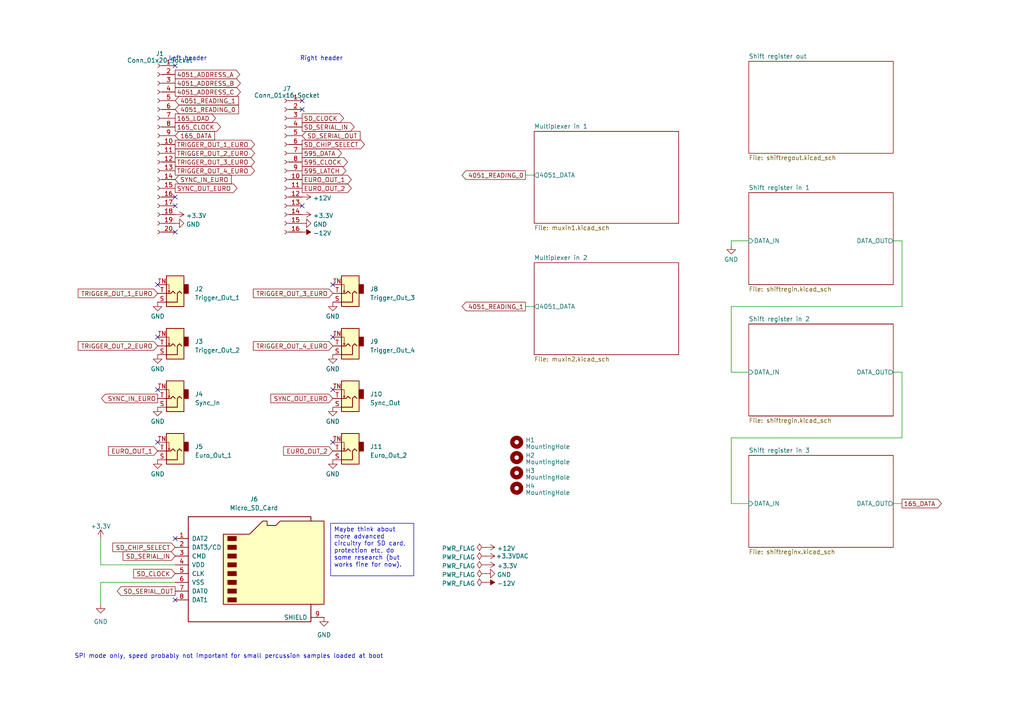
<source format=kicad_sch>
(kicad_sch (version 20230121) (generator eeschema)
  (paper "A4")
  (title_block (title "Drumkid") (rev "2.00"))
  (lib_symbols
    (symbol "Connector:Conn_01x16_Socket" (pin_names (offset 1.016) hide)
      (property "Reference" "J" (at 0 20.32 0))
      (property "Value" "Conn_01x16_Socket" (at 0 -22.86 0))
      (symbol "Conn_01x16_Socket_1_1"
        (arc (start 0 -19.812) (mid -0.5058 -20.32) (end 0 -20.828) (stroke (width 0.1524)))
        (arc (start 0 -17.272) (mid -0.5058 -17.78) (end 0 -18.288) (stroke (width 0.1524)))
        (arc (start 0 -14.732) (mid -0.5058 -15.24) (end 0 -15.748) (stroke (width 0.1524)))
        (arc (start 0 -12.192) (mid -0.5058 -12.7) (end 0 -13.208) (stroke (width 0.1524)))
        (arc (start 0 -9.652) (mid -0.5058 -10.16) (end 0 -10.668) (stroke (width 0.1524)))
        (arc (start 0 -7.112) (mid -0.5058 -7.62) (end 0 -8.128) (stroke (width 0.1524)))
        (arc (start 0 -4.572) (mid -0.5058 -5.08) (end 0 -5.588) (stroke (width 0.1524)))
        (arc (start 0 -2.032) (mid -0.5058 -2.54) (end 0 -3.048) (stroke (width 0.1524)))
        (polyline (pts (xy -1.27 -20.32) (xy -0.508 -20.32)) (stroke (width 0.1524)))
        (polyline (pts (xy -1.27 -17.78) (xy -0.508 -17.78)) (stroke (width 0.1524)))
        (polyline (pts (xy -1.27 -15.24) (xy -0.508 -15.24)) (stroke (width 0.1524)))
        (polyline (pts (xy -1.27 -12.7) (xy -0.508 -12.7)) (stroke (width 0.1524)))
        (polyline (pts (xy -1.27 -10.16) (xy -0.508 -10.16)) (stroke (width 0.1524)))
        (polyline (pts (xy -1.27 -7.62) (xy -0.508 -7.62)) (stroke (width 0.1524)))
        (polyline (pts (xy -1.27 -5.08) (xy -0.508 -5.08)) (stroke (width 0.1524)))
        (polyline (pts (xy -1.27 -2.54) (xy -0.508 -2.54)) (stroke (width 0.1524)))
        (polyline (pts (xy -1.27 0) (xy -0.508 0)) (stroke (width 0.1524)))
        (polyline (pts (xy -1.27 2.54) (xy -0.508 2.54)) (stroke (width 0.1524)))
        (polyline (pts (xy -1.27 5.08) (xy -0.508 5.08)) (stroke (width 0.1524)))
        (polyline (pts (xy -1.27 7.62) (xy -0.508 7.62)) (stroke (width 0.1524)))
        (polyline (pts (xy -1.27 10.16) (xy -0.508 10.16)) (stroke (width 0.1524)))
        (polyline (pts (xy -1.27 12.7) (xy -0.508 12.7)) (stroke (width 0.1524)))
        (polyline (pts (xy -1.27 15.24) (xy -0.508 15.24)) (stroke (width 0.1524)))
        (polyline (pts (xy -1.27 17.78) (xy -0.508 17.78)) (stroke (width 0.1524)))
        (arc (start 0 0.508) (mid -0.5058 0) (end 0 -0.508) (stroke (width 0.1524)))
        (arc (start 0 3.048) (mid -0.5058 2.54) (end 0 2.032) (stroke (width 0.1524)))
        (arc (start 0 5.588) (mid -0.5058 5.08) (end 0 4.572) (stroke (width 0.1524)))
        (arc (start 0 8.128) (mid -0.5058 7.62) (end 0 7.112) (stroke (width 0.1524)))
        (arc (start 0 10.668) (mid -0.5058 10.16) (end 0 9.652) (stroke (width 0.1524)))
        (arc (start 0 13.208) (mid -0.5058 12.7) (end 0 12.192) (stroke (width 0.1524)))
        (arc (start 0 15.748) (mid -0.5058 15.24) (end 0 14.732) (stroke (width 0.1524)))
        (arc (start 0 18.288) (mid -0.5058 17.78) (end 0 17.272) (stroke (width 0.1524)))
        (pin passive line (at -5.08 17.78 0) (length 3.81) (name "Pin_1") (number "1"))
        (pin passive line (at -5.08 -5.08 0) (length 3.81) (name "Pin_10") (number "10"))
        (pin passive line (at -5.08 -7.62 0) (length 3.81) (name "Pin_11") (number "11"))
        (pin passive line (at -5.08 -10.16 0) (length 3.81) (name "Pin_12") (number "12"))
        (pin passive line (at -5.08 -12.7 0) (length 3.81) (name "Pin_13") (number "13"))
        (pin passive line (at -5.08 -15.24 0) (length 3.81) (name "Pin_14") (number "14"))
        (pin passive line (at -5.08 -17.78 0) (length 3.81) (name "Pin_15") (number "15"))
        (pin passive line (at -5.08 -20.32 0) (length 3.81) (name "Pin_16") (number "16"))
        (pin passive line (at -5.08 15.24 0) (length 3.81) (name "Pin_2") (number "2"))
        (pin passive line (at -5.08 12.7 0) (length 3.81) (name "Pin_3") (number "3"))
        (pin passive line (at -5.08 10.16 0) (length 3.81) (name "Pin_4") (number "4"))
        (pin passive line (at -5.08 7.62 0) (length 3.81) (name "Pin_5") (number "5"))
        (pin passive line (at -5.08 5.08 0) (length 3.81) (name "Pin_6") (number "6"))
        (pin passive line (at -5.08 2.54 0) (length 3.81) (name "Pin_7") (number "7"))
        (pin passive line (at -5.08 0 0) (length 3.81) (name "Pin_8") (number "8"))
        (pin passive line (at -5.08 -2.54 0) (length 3.81) (name "Pin_9") (number "9"))
      )
    )
    (symbol "Connector:Conn_01x20_Socket" (pin_names (offset 1.016) hide)
      (property "Reference" "J" (at 0 25.4 0))
      (property "Value" "Conn_01x20_Socket" (at 0 -27.94 0))
      (symbol "Conn_01x20_Socket_1_1"
        (arc (start 0 -24.892) (mid -0.5058 -25.4) (end 0 -25.908) (stroke (width 0.1524)))
        (arc (start 0 -22.352) (mid -0.5058 -22.86) (end 0 -23.368) (stroke (width 0.1524)))
        (arc (start 0 -19.812) (mid -0.5058 -20.32) (end 0 -20.828) (stroke (width 0.1524)))
        (arc (start 0 -17.272) (mid -0.5058 -17.78) (end 0 -18.288) (stroke (width 0.1524)))
        (arc (start 0 -14.732) (mid -0.5058 -15.24) (end 0 -15.748) (stroke (width 0.1524)))
        (arc (start 0 -12.192) (mid -0.5058 -12.7) (end 0 -13.208) (stroke (width 0.1524)))
        (arc (start 0 -9.652) (mid -0.5058 -10.16) (end 0 -10.668) (stroke (width 0.1524)))
        (arc (start 0 -7.112) (mid -0.5058 -7.62) (end 0 -8.128) (stroke (width 0.1524)))
        (arc (start 0 -4.572) (mid -0.5058 -5.08) (end 0 -5.588) (stroke (width 0.1524)))
        (arc (start 0 -2.032) (mid -0.5058 -2.54) (end 0 -3.048) (stroke (width 0.1524)))
        (polyline (pts (xy -1.27 -25.4) (xy -0.508 -25.4)) (stroke (width 0.1524)))
        (polyline (pts (xy -1.27 -22.86) (xy -0.508 -22.86)) (stroke (width 0.1524)))
        (polyline (pts (xy -1.27 -20.32) (xy -0.508 -20.32)) (stroke (width 0.1524)))
        (polyline (pts (xy -1.27 -17.78) (xy -0.508 -17.78)) (stroke (width 0.1524)))
        (polyline (pts (xy -1.27 -15.24) (xy -0.508 -15.24)) (stroke (width 0.1524)))
        (polyline (pts (xy -1.27 -12.7) (xy -0.508 -12.7)) (stroke (width 0.1524)))
        (polyline (pts (xy -1.27 -10.16) (xy -0.508 -10.16)) (stroke (width 0.1524)))
        (polyline (pts (xy -1.27 -7.62) (xy -0.508 -7.62)) (stroke (width 0.1524)))
        (polyline (pts (xy -1.27 -5.08) (xy -0.508 -5.08)) (stroke (width 0.1524)))
        (polyline (pts (xy -1.27 -2.54) (xy -0.508 -2.54)) (stroke (width 0.1524)))
        (polyline (pts (xy -1.27 0) (xy -0.508 0)) (stroke (width 0.1524)))
        (polyline (pts (xy -1.27 2.54) (xy -0.508 2.54)) (stroke (width 0.1524)))
        (polyline (pts (xy -1.27 5.08) (xy -0.508 5.08)) (stroke (width 0.1524)))
        (polyline (pts (xy -1.27 7.62) (xy -0.508 7.62)) (stroke (width 0.1524)))
        (polyline (pts (xy -1.27 10.16) (xy -0.508 10.16)) (stroke (width 0.1524)))
        (polyline (pts (xy -1.27 12.7) (xy -0.508 12.7)) (stroke (width 0.1524)))
        (polyline (pts (xy -1.27 15.24) (xy -0.508 15.24)) (stroke (width 0.1524)))
        (polyline (pts (xy -1.27 17.78) (xy -0.508 17.78)) (stroke (width 0.1524)))
        (polyline (pts (xy -1.27 20.32) (xy -0.508 20.32)) (stroke (width 0.1524)))
        (polyline (pts (xy -1.27 22.86) (xy -0.508 22.86)) (stroke (width 0.1524)))
        (arc (start 0 0.508) (mid -0.5058 0) (end 0 -0.508) (stroke (width 0.1524)))
        (arc (start 0 3.048) (mid -0.5058 2.54) (end 0 2.032) (stroke (width 0.1524)))
        (arc (start 0 5.588) (mid -0.5058 5.08) (end 0 4.572) (stroke (width 0.1524)))
        (arc (start 0 8.128) (mid -0.5058 7.62) (end 0 7.112) (stroke (width 0.1524)))
        (arc (start 0 10.668) (mid -0.5058 10.16) (end 0 9.652) (stroke (width 0.1524)))
        (arc (start 0 13.208) (mid -0.5058 12.7) (end 0 12.192) (stroke (width 0.1524)))
        (arc (start 0 15.748) (mid -0.5058 15.24) (end 0 14.732) (stroke (width 0.1524)))
        (arc (start 0 18.288) (mid -0.5058 17.78) (end 0 17.272) (stroke (width 0.1524)))
        (arc (start 0 20.828) (mid -0.5058 20.32) (end 0 19.812) (stroke (width 0.1524)))
        (arc (start 0 23.368) (mid -0.5058 22.86) (end 0 22.352) (stroke (width 0.1524)))
        (pin passive line (at -5.08 22.86 0) (length 3.81) (name "Pin_1") (number "1"))
        (pin passive line (at -5.08 0 0) (length 3.81) (name "Pin_10") (number "10"))
        (pin passive line (at -5.08 -2.54 0) (length 3.81) (name "Pin_11") (number "11"))
        (pin passive line (at -5.08 -5.08 0) (length 3.81) (name "Pin_12") (number "12"))
        (pin passive line (at -5.08 -7.62 0) (length 3.81) (name "Pin_13") (number "13"))
        (pin passive line (at -5.08 -10.16 0) (length 3.81) (name "Pin_14") (number "14"))
        (pin passive line (at -5.08 -12.7 0) (length 3.81) (name "Pin_15") (number "15"))
        (pin passive line (at -5.08 -15.24 0) (length 3.81) (name "Pin_16") (number "16"))
        (pin passive line (at -5.08 -17.78 0) (length 3.81) (name "Pin_17") (number "17"))
        (pin passive line (at -5.08 -20.32 0) (length 3.81) (name "Pin_18") (number "18"))
        (pin passive line (at -5.08 -22.86 0) (length 3.81) (name "Pin_19") (number "19"))
        (pin passive line (at -5.08 20.32 0) (length 3.81) (name "Pin_2") (number "2"))
        (pin passive line (at -5.08 -25.4 0) (length 3.81) (name "Pin_20") (number "20"))
        (pin passive line (at -5.08 17.78 0) (length 3.81) (name "Pin_3") (number "3"))
        (pin passive line (at -5.08 15.24 0) (length 3.81) (name "Pin_4") (number "4"))
        (pin passive line (at -5.08 12.7 0) (length 3.81) (name "Pin_5") (number "5"))
        (pin passive line (at -5.08 10.16 0) (length 3.81) (name "Pin_6") (number "6"))
        (pin passive line (at -5.08 7.62 0) (length 3.81) (name "Pin_7") (number "7"))
        (pin passive line (at -5.08 5.08 0) (length 3.81) (name "Pin_8") (number "8"))
        (pin passive line (at -5.08 2.54 0) (length 3.81) (name "Pin_9") (number "9"))
      )
    )
    (symbol "Connector:Micro_SD_Card" (pin_names (offset 1.016))
      (property "Reference" "J" (at -16.51 15.24 0))
      (property "Value" "Micro_SD_Card" (at 16.51 15.24 0))
      (symbol "Micro_SD_Card_0_1"
        (rectangle (start -7.62 -9.525) (end -5.08 -10.795) (fill (type outline)))
        (rectangle (start -7.62 -6.985) (end -5.08 -8.255) (fill (type outline)))
        (rectangle (start -7.62 -4.445) (end -5.08 -5.715) (fill (type outline)))
        (rectangle (start -7.62 -1.905) (end -5.08 -3.175) (fill (type outline)))
        (rectangle (start -7.62 0.635) (end -5.08 -0.635) (fill (type outline)))
        (rectangle (start -7.62 3.175) (end -5.08 1.905) (fill (type outline)))
        (rectangle (start -7.62 5.715) (end -5.08 4.445) (fill (type outline)))
        (rectangle (start -7.62 8.255) (end -5.08 6.985) (fill (type outline)))
        (polyline (pts (xy 16.51 12.7) (xy 16.51 13.97) (xy -19.05 13.97) (xy -19.05 -16.51) (xy 16.51 -16.51) (xy 16.51 -11.43)) (stroke (width 0.254)))
        (polyline (pts (xy -8.89 -11.43) (xy -8.89 8.89) (xy -1.27 8.89) (xy 2.54 12.7) (xy 3.81 12.7) (xy 3.81 11.43) (xy 6.35 11.43) (xy 7.62 12.7) (xy 20.32 12.7) (xy 20.32 -11.43) (xy -8.89 -11.43)) (stroke (width 0.254)) (fill (type background)))
      )
      (symbol "Micro_SD_Card_1_1"
        (pin bidirectional line (at -22.86 7.62 0) (length 3.81) (name "DAT2") (number "1"))
        (pin bidirectional line (at -22.86 5.08 0) (length 3.81) (name "DAT3/CD") (number "2"))
        (pin input line (at -22.86 2.54 0) (length 3.81) (name "CMD") (number "3"))
        (pin power_in line (at -22.86 0 0) (length 3.81) (name "VDD") (number "4"))
        (pin input line (at -22.86 -2.54 0) (length 3.81) (name "CLK") (number "5"))
        (pin power_in line (at -22.86 -5.08 0) (length 3.81) (name "VSS") (number "6"))
        (pin bidirectional line (at -22.86 -7.62 0) (length 3.81) (name "DAT0") (number "7"))
        (pin bidirectional line (at -22.86 -10.16 0) (length 3.81) (name "DAT1") (number "8"))
        (pin passive line (at 20.32 -15.24 180) (length 3.81) (name "SHIELD") (number "9"))
      )
    )
    (symbol "Connector_Audio:AudioJack2_SwitchT"
      (property "Reference" "J" (at 0 8.89 0))
      (property "Value" "AudioJack2_SwitchT" (at 0 6.35 0))
      (symbol "AudioJack2_SwitchT_0_1"
        (rectangle (start -2.54 0) (end -3.81 -2.54) (stroke (width 0.254)) (fill (type outline)))
        (polyline (pts (xy 1.778 -0.254) (xy 2.032 -0.762)))
        (polyline (pts (xy 0 0) (xy 0.635 -0.635) (xy 1.27 0) (xy 2.54 0)) (stroke (width 0.254)))
        (polyline (pts (xy 2.54 -2.54) (xy 1.778 -2.54) (xy 1.778 -0.254) (xy 1.524 -0.762)))
        (polyline (pts (xy 2.54 2.54) (xy -0.635 2.54) (xy -0.635 0) (xy -1.27 -0.635) (xy -1.905 0)) (stroke (width 0.254)))
        (rectangle (start 2.54 3.81) (end -2.54 -5.08) (stroke (width 0.254)) (fill (type background)))
      )
      (symbol "AudioJack2_SwitchT_1_1"
        (pin passive line (at 5.08 2.54 180) (length 2.54) (name "~") (number "S"))
        (pin passive line (at 5.08 0 180) (length 2.54) (name "~") (number "T"))
        (pin passive line (at 5.08 -2.54 180) (length 2.54) (name "~") (number "TN"))
      )
    )
    (symbol "Mechanical:MountingHole" (pin_names (offset 1.016))
      (property "Reference" "H" (at 0 5.08 0))
      (property "Value" "MountingHole" (at 0 3.175 0))
      (symbol "MountingHole_0_1"
        (circle (center 0 0) (radius 1.27) (stroke (width 1.27)))
      )
    )
    (symbol "power:+12V" (power) (pin_names (offset 0))
      (property "Value" "+12V" (at 0 3.556 0))
      (symbol "+12V_0_1"
        (polyline (pts (xy -0.762 1.27) (xy 0 2.54)))
        (polyline (pts (xy 0 0) (xy 0 2.54)))
        (polyline (pts (xy 0 2.54) (xy 0.762 1.27)))
      )
      (symbol "+12V_1_1"
        (pin power_in line (at 0 0 90) (length 0) hide (name "+12V") (number "1"))
      )
    )
    (symbol "power:+3.3V" (power) (pin_names (offset 0))
      (property "Value" "+3.3V" (at 0 3.556 0))
      (symbol "+3.3V_0_1"
        (polyline (pts (xy -0.762 1.27) (xy 0 2.54)))
        (polyline (pts (xy 0 0) (xy 0 2.54)))
        (polyline (pts (xy 0 2.54) (xy 0.762 1.27)))
      )
      (symbol "+3.3V_1_1"
        (pin power_in line (at 0 0 90) (length 0) hide (name "+3.3V") (number "1"))
      )
    )
    (symbol "power:+3.3VDAC" (power) (pin_names (offset 0))
      (property "Value" "+3.3VDAC" (at 0 2.54 0))
      (symbol "+3.3VDAC_0_0"
        (pin power_in line (at 0 0 90) (length 0) hide (name "+3.3VDAC") (number "1"))
      )
      (symbol "+3.3VDAC_0_1"
        (polyline (pts (xy -0.762 1.27) (xy 0 2.54)))
        (polyline (pts (xy 0 0) (xy 0 2.54)))
        (polyline (pts (xy 0 2.54) (xy 0.762 1.27)))
      )
    )
    (symbol "power:-12V" (power) (pin_names (offset 0))
      (property "Value" "-12V" (at 0 3.81 0))
      (symbol "-12V_0_0"
        (pin power_in line (at 0 0 90) (length 0) hide (name "-12V") (number "1"))
      )
      (symbol "-12V_0_1"
        (polyline (pts (xy 0 0) (xy 0 1.27) (xy 0.762 1.27) (xy 0 2.54) (xy -0.762 1.27) (xy 0 1.27)) (fill (type outline)))
      )
    )
    (symbol "power:GND" (power) (pin_names (offset 0))
      (property "Value" "GND" (at 0 -3.81 0))
      (symbol "GND_0_1"
        (polyline (pts (xy 0 0) (xy 0 -1.27) (xy 1.27 -1.27) (xy 0 -2.54) (xy -1.27 -1.27) (xy 0 -1.27)))
      )
      (symbol "GND_1_1"
        (pin power_in line (at 0 0 270) (length 0) hide (name "GND") (number "1"))
      )
    )
    (symbol "power:PWR_FLAG" (power) (pin_numbers hide) (pin_names (offset 0) hide)
      (property "Value" "PWR_FLAG" (at 0 3.81 0))
      (symbol "PWR_FLAG_0_0"
        (pin power_out line (at 0 0 90) (length 0) (name "pwr") (number "1"))
      )
      (symbol "PWR_FLAG_0_1"
        (polyline (pts (xy 0 0) (xy 0 1.27) (xy -1.016 1.905) (xy 0 2.54) (xy 1.016 1.905) (xy 0 1.27)))
      )
    )
  )
  (no_connect (at 50.8 19.05))
  (no_connect (at 96.52 82.55))
  (no_connect (at 50.8 57.15))
  (no_connect (at 45.72 128.27))
  (no_connect (at 96.52 97.79))
  (no_connect (at 96.52 128.27))
  (no_connect (at 87.63 31.75))
  (no_connect (at 50.8 59.69))
  (no_connect (at 87.63 59.69))
  (no_connect (at 50.8 173.99))
  (no_connect (at 50.8 156.21))
  (no_connect (at 87.63 29.21))
  (no_connect (at 45.72 82.55))
  (no_connect (at 96.52 113.03))
  (no_connect (at 45.72 97.79))
  (no_connect (at 45.72 113.03))
  (no_connect (at 50.8 67.31))
  (wire (pts (xy 152.4 88.9) (xy 154.94 88.9)))
  (wire (pts (xy 212.09 127) (xy 212.09 146.05)))
  (wire (pts (xy 261.62 69.85) (xy 261.62 88.9)))
  (wire (pts (xy 212.09 107.95) (xy 217.17 107.95)))
  (wire (pts (xy 259.08 107.95) (xy 261.62 107.95)))
  (wire (pts (xy 50.8 168.91) (xy 29.21 168.91)))
  (wire (pts (xy 29.21 163.83) (xy 50.8 163.83)))
  (wire (pts (xy 29.21 168.91) (xy 29.21 175.26)))
  (wire (pts (xy 259.08 69.85) (xy 261.62 69.85)))
  (wire (pts (xy 212.09 69.85) (xy 212.09 71.12)))
  (wire (pts (xy 261.62 88.9) (xy 212.09 88.9)))
  (wire (pts (xy 212.09 88.9) (xy 212.09 107.95)))
  (wire (pts (xy 29.21 156.21) (xy 29.21 163.83)))
  (wire (pts (xy 212.09 146.05) (xy 217.17 146.05)))
  (wire (pts (xy 152.4 50.8) (xy 154.94 50.8)))
  (wire (pts (xy 212.09 69.85) (xy 217.17 69.85)))
  (wire (pts (xy 261.62 107.95) (xy 261.62 127)))
  (wire (pts (xy 261.62 127) (xy 212.09 127)))
  (wire (pts (xy 259.08 146.05) (xy 261.62 146.05)))
  (text_box "Maybe think about more advanced circuitry for SD card, protection etc, do some research (but works fine for now)." (at 95.885 151.765 0) (size 24.13 15.24) (effects (font (size 1.27 1.27)) (justify left top)))
  (text "Right header" (at 86.995 17.78 0) (effects (font (size 1.27 1.27)) (justify left bottom)))
  (text "Left header" (at 48.895 17.78 0) (effects (font (size 1.27 1.27)) (justify left bottom)))
  (text "SPI mode only, speed probably not important for small percussion samples loaded at boot" (at 21.59 191.135 0) (effects (font (size 1.27 1.27)) (justify left bottom)))
  (global_label "4051_ADDRESS_C" (shape output) (at 50.8 26.67 0) (property "Intersheetrefs" "${INTERSHEET_REFS}" (effects hide)))
  (global_label "165_DATA" (shape output) (at 261.62 146.05 0) (property "Intersheetrefs" "${INTERSHEET_REFS}" (effects hide)))
  (global_label "SD_CHIP_SELECT" (shape input) (at 50.8 158.75 180) (property "Intersheetrefs" "${INTERSHEET_REFS}" (effects hide)))
  (global_label "EURO_OUT_1" (shape input) (at 45.72 130.81 180) (property "Intersheetrefs" "${INTERSHEET_REFS}" (effects hide)))
  (global_label "TRIGGER_OUT_3_EURO" (shape output) (at 50.8 46.99 0) (property "Intersheetrefs" "${INTERSHEET_REFS}" (effects hide)))
  (global_label "4051_ADDRESS_A" (shape output) (at 50.8 21.59 0) (property "Intersheetrefs" "${INTERSHEET_REFS}" (effects hide)))
  (global_label "EURO_OUT_2" (shape input) (at 96.52 130.81 180) (property "Intersheetrefs" "${INTERSHEET_REFS}" (effects hide)))
  (global_label "SD_SERIAL_IN" (shape input) (at 50.8 161.29 180) (property "Intersheetrefs" "${INTERSHEET_REFS}" (effects hide)))
  (global_label "TRIGGER_OUT_2_EURO" (shape input) (at 45.72 100.33 180) (property "Intersheetrefs" "${INTERSHEET_REFS}" (effects hide)))
  (global_label "165_LOAD" (shape output) (at 50.8 34.29 0) (property "Intersheetrefs" "${INTERSHEET_REFS}" (effects hide)))
  (global_label "4051_READING_1" (shape input) (at 50.8 29.21 0) (property "Intersheetrefs" "${INTERSHEET_REFS}" (effects hide)))
  (global_label "SD_SERIAL_IN" (shape output) (at 87.63 36.83 0) (property "Intersheetrefs" "${INTERSHEET_REFS}" (effects hide)))
  (global_label "165_DATA" (shape input) (at 50.8 39.37 0) (property "Intersheetrefs" "${INTERSHEET_REFS}" (effects hide)))
  (global_label "TRIGGER_OUT_1_EURO" (shape output) (at 50.8 41.91 0) (property "Intersheetrefs" "${INTERSHEET_REFS}" (effects hide)))
  (global_label "SYNC_OUT_EURO" (shape output) (at 50.8 54.61 0) (property "Intersheetrefs" "${INTERSHEET_REFS}" (effects hide)))
  (global_label "595_LATCH" (shape output) (at 87.63 49.53 0) (property "Intersheetrefs" "${INTERSHEET_REFS}" (effects hide)))
  (global_label "TRIGGER_OUT_2_EURO" (shape output) (at 50.8 44.45 0) (property "Intersheetrefs" "${INTERSHEET_REFS}" (effects hide)))
  (global_label "TRIGGER_OUT_4_EURO" (shape input) (at 96.52 100.33 180) (property "Intersheetrefs" "${INTERSHEET_REFS}" (effects hide)))
  (global_label "SYNC_IN_EURO" (shape output) (at 45.72 115.57 180) (property "Intersheetrefs" "${INTERSHEET_REFS}" (effects hide)))
  (global_label "4051_READING_0" (shape input) (at 50.8 31.75 0) (property "Intersheetrefs" "${INTERSHEET_REFS}" (effects hide)))
  (global_label "SD_SERIAL_OUT" (shape output) (at 50.8 171.45 180) (property "Intersheetrefs" "${INTERSHEET_REFS}" (effects hide)))
  (global_label "TRIGGER_OUT_4_EURO" (shape output) (at 50.8 49.53 0) (property "Intersheetrefs" "${INTERSHEET_REFS}" (effects hide)))
  (global_label "SYNC_OUT_EURO" (shape input) (at 96.52 115.57 180) (property "Intersheetrefs" "${INTERSHEET_REFS}" (effects hide)))
  (global_label "TRIGGER_OUT_1_EURO" (shape input) (at 45.72 85.09 180) (property "Intersheetrefs" "${INTERSHEET_REFS}" (effects hide)))
  (global_label "EURO_OUT_2" (shape output) (at 87.63 54.61 0) (property "Intersheetrefs" "${INTERSHEET_REFS}" (effects hide)))
  (global_label "595_DATA" (shape output) (at 87.63 44.45 0) (property "Intersheetrefs" "${INTERSHEET_REFS}" (effects hide)))
  (global_label "SD_CHIP_SELECT" (shape output) (at 87.63 41.91 0) (property "Intersheetrefs" "${INTERSHEET_REFS}" (effects hide)))
  (global_label "TRIGGER_OUT_3_EURO" (shape input) (at 96.52 85.09 180) (property "Intersheetrefs" "${INTERSHEET_REFS}" (effects hide)))
  (global_label "SD_SERIAL_OUT" (shape input) (at 87.63 39.37 0) (property "Intersheetrefs" "${INTERSHEET_REFS}" (effects hide)))
  (global_label "165_CLOCK" (shape output) (at 50.8 36.83 0) (property "Intersheetrefs" "${INTERSHEET_REFS}" (effects hide)))
  (global_label "4051_READING_1" (shape output) (at 152.4 88.9 180) (property "Intersheetrefs" "${INTERSHEET_REFS}" (effects hide)))
  (global_label "SYNC_IN_EURO" (shape input) (at 50.8 52.07 0) (property "Intersheetrefs" "${INTERSHEET_REFS}" (effects hide)))
  (global_label "595_CLOCK" (shape output) (at 87.63 46.99 0) (property "Intersheetrefs" "${INTERSHEET_REFS}" (effects hide)))
  (global_label "4051_READING_0" (shape output) (at 152.4 50.8 180) (property "Intersheetrefs" "${INTERSHEET_REFS}" (effects hide)))
  (global_label "SD_CLOCK" (shape output) (at 87.63 34.29 0) (property "Intersheetrefs" "${INTERSHEET_REFS}" (effects hide)))
  (global_label "SD_CLOCK" (shape input) (at 50.8 166.37 180) (property "Intersheetrefs" "${INTERSHEET_REFS}" (effects hide)))
  (global_label "4051_ADDRESS_B" (shape output) (at 50.8 24.13 0) (property "Intersheetrefs" "${INTERSHEET_REFS}" (effects hide)))
  (global_label "EURO_OUT_1" (shape output) (at 87.63 52.07 0) (property "Intersheetrefs" "${INTERSHEET_REFS}" (effects hide)))
  (symbol (lib_id "power:GND") (at 45.72 102.87 0) (unit 1)
    (property "Reference" "#PWR04" (effects hide))
    (property "Value" "GND" (at 45.72 107.0055 0))
  )
  (symbol (lib_id "Connector_Audio:AudioJack2_SwitchT") (at 50.8 115.57 180) (unit 1)
    (property "Reference" "J4" (at 56.515 114.3 0) (effects (justify right)))
    (property "Value" "Sync_In" (at 56.515 116.84 0) (effects (justify right)))
    (property "Footprint" "AudioJacks:Jack_3.5mm_QingPu_WQP-PJ398SM_Vertical" (effects hide))
  )
  (symbol (lib_id "power:PWR_FLAG") (at 140.97 158.75 90) (unit 1)
    (property "Reference" "#FLG01" (effects hide))
    (property "Value" "PWR_FLAG" (at 137.7951 159.0668 90) (effects (justify left)))
  )
  (symbol (lib_id "power:GND") (at 96.52 133.35 0) (unit 1)
    (property "Reference" "#PWR021" (effects hide))
    (property "Value" "GND" (at 96.52 137.4855 0))
  )
  (symbol (lib_id "Connector_Audio:AudioJack2_SwitchT") (at 50.8 130.81 180) (unit 1)
    (property "Reference" "J5" (at 56.515 129.54 0) (effects (justify right)))
    (property "Value" "Euro_Out_1" (at 56.515 132.08 0) (effects (justify right)))
    (property "Footprint" "AudioJacks:Jack_3.5mm_QingPu_WQP-PJ398SM_Vertical" (effects hide))
  )
  (symbol (lib_id "power:+3.3VDAC") (at 140.97 161.29 270) (unit 1)
    (property "Reference" "#PWR023" (effects hide))
    (property "Value" "+3.3VDAC" (at 148.59 161.29 90))
  )
  (symbol (lib_id "power:PWR_FLAG") (at 140.97 161.29 90) (unit 1)
    (property "Reference" "#FLG02" (effects hide))
    (property "Value" "PWR_FLAG" (at 137.7951 161.6068 90) (effects (justify left)))
  )
  (symbol (lib_id "power:GND") (at 140.97 166.37 90) (unit 1)
    (property "Reference" "#PWR025" (effects hide))
    (property "Value" "GND" (at 144.145 166.6868 90) (effects (justify right)))
  )
  (symbol (lib_id "power:GND") (at 29.21 175.26 0) (unit 1)
    (property "Reference" "#PWR02" (effects hide))
    (property "Value" "GND" (at 29.21 180.34 0))
  )
  (symbol (lib_id "Connector_Audio:AudioJack2_SwitchT") (at 101.6 100.33 180) (unit 1)
    (property "Reference" "J9" (at 107.315 99.06 0) (effects (justify right)))
    (property "Value" "Trigger_Out_4" (at 107.315 101.6 0) (effects (justify right)))
    (property "Footprint" "AudioJacks:Jack_3.5mm_QingPu_WQP-PJ398SM_Vertical" (effects hide))
  )
  (symbol (lib_id "power:-12V") (at 87.63 67.31 270) (unit 1)
    (property "Reference" "#PWR016" (effects hide))
    (property "Value" "-12V" (at 90.805 67.6268 90) (effects (justify left)))
  )
  (symbol (lib_id "Connector_Audio:AudioJack2_SwitchT") (at 101.6 115.57 180) (unit 1)
    (property "Reference" "J10" (at 107.315 114.3 0) (effects (justify right)))
    (property "Value" "Sync_Out" (at 107.315 116.84 0) (effects (justify right)))
    (property "Footprint" "AudioJacks:Jack_3.5mm_QingPu_WQP-PJ398SM_Vertical" (effects hide))
  )
  (symbol (lib_id "power:GND") (at 212.09 71.12 0) (unit 1)
    (property "Reference" "#PWR027" (effects hide))
    (property "Value" "GND" (at 212.09 75.2555 0))
  )
  (symbol (lib_id "Connector_Audio:AudioJack2_SwitchT") (at 101.6 85.09 180) (unit 1)
    (property "Reference" "J8" (at 107.315 83.82 0) (effects (justify right)))
    (property "Value" "Trigger_Out_3" (at 107.315 86.36 0) (effects (justify right)))
    (property "Footprint" "AudioJacks:Jack_3.5mm_QingPu_WQP-PJ398SM_Vertical" (effects hide))
  )
  (symbol (lib_id "Mechanical:MountingHole") (at 149.86 137.16 0) (unit 1)
    (property "Reference" "H3" (at 152.4 136.5163 0) (effects (justify left)))
    (property "Value" "MountingHole" (at 152.4 138.4373 0) (effects (justify left)))
    (property "Footprint" "MountingHole:MountingHole_3.2mm_M3" (effects hide))
  )
  (symbol (lib_id "Connector:Conn_01x20_Socket") (at 45.72 41.91 0) (mirror y) (unit 1)
    (property "Reference" "J1" (at 46.355 15.5829 0))
    (property "Value" "Conn_01x20_Socket" (at 46.355 17.5039 0))
    (property "Footprint" "Connector_PinSocket_2.54mm:PinSocket_1x20_P2.54mm_Vertical" (effects hide))
  )
  (symbol (lib_id "power:+3.3V") (at 140.97 163.83 270) (unit 1)
    (property "Reference" "#PWR024" (effects hide))
    (property "Value" "+3.3V" (at 144.145 164.1468 90) (effects (justify left)))
  )
  (symbol (lib_id "power:+3.3V") (at 50.8 62.23 270) (unit 1)
    (property "Reference" "#PWR09" (effects hide))
    (property "Value" "+3.3V" (at 53.975 62.5468 90) (effects (justify left)))
  )
  (symbol (lib_id "power:GND") (at 45.72 133.35 0) (unit 1)
    (property "Reference" "#PWR06" (effects hide))
    (property "Value" "GND" (at 45.72 137.4855 0))
  )
  (symbol (lib_id "power:+3.3V") (at 29.21 156.21 0) (unit 1)
    (property "Reference" "#PWR01" (effects hide))
    (property "Value" "+3.3V" (at 29.21 152.654 0))
  )
  (symbol (lib_id "power:+3.3V") (at 87.63 62.23 270) (unit 1)
    (property "Reference" "#PWR014" (effects hide))
    (property "Value" "+3.3V" (at 90.805 62.5468 90) (effects (justify left)))
  )
  (symbol (lib_id "Connector:Conn_01x16_Socket") (at 82.55 46.99 0) (mirror y) (unit 1)
    (property "Reference" "J7" (at 83.185 25.7429 0))
    (property "Value" "Conn_01x16_Socket" (at 83.185 27.6639 0))
    (property "Footprint" "Connector_PinSocket_2.54mm:PinSocket_1x16_P2.54mm_Vertical" (effects hide))
  )
  (symbol (lib_id "power:GND") (at 96.52 102.87 0) (unit 1)
    (property "Reference" "#PWR019" (effects hide))
    (property "Value" "GND" (at 96.52 107.0055 0))
  )
  (symbol (lib_id "power:+12V") (at 140.97 158.75 270) (unit 1)
    (property "Reference" "#PWR022" (effects hide))
    (property "Value" "+12V" (at 144.145 159.0668 90) (effects (justify left)))
  )
  (symbol (lib_id "Mechanical:MountingHole") (at 149.86 141.605 0) (unit 1)
    (property "Reference" "H4" (at 152.4 140.9613 0) (effects (justify left)))
    (property "Value" "MountingHole" (at 152.4 142.8823 0) (effects (justify left)))
    (property "Footprint" "MountingHole:MountingHole_3.2mm_M3" (effects hide))
  )
  (symbol (lib_id "power:GND") (at 87.63 64.77 90) (unit 1)
    (property "Reference" "#PWR015" (effects hide))
    (property "Value" "GND" (at 90.805 65.0868 90) (effects (justify right)))
  )
  (symbol (lib_id "power:GND") (at 45.72 118.11 0) (unit 1)
    (property "Reference" "#PWR05" (effects hide))
    (property "Value" "GND" (at 45.72 122.2455 0))
  )
  (symbol (lib_id "Mechanical:MountingHole") (at 149.86 128.27 0) (unit 1)
    (property "Reference" "H1" (at 152.4 127.6263 0) (effects (justify left)))
    (property "Value" "MountingHole" (at 152.4 129.5473 0) (effects (justify left)))
    (property "Footprint" "MountingHole:MountingHole_3.2mm_M3" (effects hide))
  )
  (symbol (lib_id "power:PWR_FLAG") (at 140.97 168.91 90) (unit 1)
    (property "Reference" "#FLG05" (effects hide))
    (property "Value" "PWR_FLAG" (at 137.7951 169.2268 90) (effects (justify left)))
  )
  (symbol (lib_id "power:-12V") (at 140.97 168.91 270) (unit 1)
    (property "Reference" "#PWR026" (effects hide))
    (property "Value" "-12V" (at 144.145 169.2268 90) (effects (justify left)))
  )
  (symbol (lib_id "Connector_Audio:AudioJack2_SwitchT") (at 101.6 130.81 180) (unit 1)
    (property "Reference" "J11" (at 107.315 129.54 0) (effects (justify right)))
    (property "Value" "Euro_Out_2" (at 107.315 132.08 0) (effects (justify right)))
    (property "Footprint" "AudioJacks:Jack_3.5mm_QingPu_WQP-PJ398SM_Vertical" (effects hide))
  )
  (symbol (lib_id "Mechanical:MountingHole") (at 149.86 132.715 0) (unit 1)
    (property "Reference" "H2" (at 152.4 132.0713 0) (effects (justify left)))
    (property "Value" "MountingHole" (at 152.4 133.9923 0) (effects (justify left)))
    (property "Footprint" "MountingHole:MountingHole_3.2mm_M3" (effects hide))
  )
  (symbol (lib_id "power:GND") (at 45.72 87.63 0) (unit 1)
    (property "Reference" "#PWR03" (effects hide))
    (property "Value" "GND" (at 45.72 91.7655 0))
  )
  (symbol (lib_id "power:PWR_FLAG") (at 140.97 166.37 90) (unit 1)
    (property "Reference" "#FLG04" (effects hide))
    (property "Value" "PWR_FLAG" (at 137.7951 166.6868 90) (effects (justify left)))
  )
  (symbol (lib_id "power:GND") (at 50.8 64.77 90) (unit 1)
    (property "Reference" "#PWR010" (effects hide))
    (property "Value" "GND" (at 53.975 65.0868 90) (effects (justify right)))
  )
  (symbol (lib_id "Connector_Audio:AudioJack2_SwitchT") (at 50.8 85.09 180) (unit 1)
    (property "Reference" "J2" (at 56.515 83.82 0) (effects (justify right)))
    (property "Value" "Trigger_Out_1" (at 56.515 86.36 0) (effects (justify right)))
    (property "Footprint" "AudioJacks:Jack_3.5mm_QingPu_WQP-PJ398SM_Vertical" (effects hide))
  )
  (symbol (lib_id "Connector_Audio:AudioJack2_SwitchT") (at 50.8 100.33 180) (unit 1)
    (property "Reference" "J3" (at 56.515 99.06 0) (effects (justify right)))
    (property "Value" "Trigger_Out_2" (at 56.515 101.6 0) (effects (justify right)))
    (property "Footprint" "AudioJacks:Jack_3.5mm_QingPu_WQP-PJ398SM_Vertical" (effects hide))
  )
  (symbol (lib_id "power:GND") (at 93.98 179.07 0) (unit 1)
    (property "Reference" "#PWR017" (effects hide))
    (property "Value" "GND" (at 93.98 184.15 0))
  )
  (symbol (lib_id "power:PWR_FLAG") (at 140.97 163.83 90) (unit 1)
    (property "Reference" "#FLG03" (effects hide))
    (property "Value" "PWR_FLAG" (at 137.7951 164.1468 90) (effects (justify left)))
  )
  (symbol (lib_id "power:GND") (at 96.52 87.63 0) (unit 1)
    (property "Reference" "#PWR018" (effects hide))
    (property "Value" "GND" (at 96.52 91.7655 0))
  )
  (symbol (lib_id "power:GND") (at 96.52 118.11 0) (unit 1)
    (property "Reference" "#PWR020" (effects hide))
    (property "Value" "GND" (at 96.52 122.2455 0))
  )
  (symbol (lib_id "Connector:Micro_SD_Card") (at 73.66 163.83 0) (unit 1)
    (property "Reference" "J6" (at 73.66 144.7831 0))
    (property "Value" "Micro_SD_Card" (at 73.66 147.32 0))
    (property "Footprint" "misc:YAMAICHI_MICROSD_VERTICAL" (effects hide))
    (property "Datasheet" "http://katalog.we-online.de/em/datasheet/693072010801.pdf" (effects hide))
  )
  (symbol (lib_id "power:+12V") (at 87.63 57.15 270) (unit 1)
    (property "Reference" "#PWR012" (effects hide))
    (property "Value" "+12V" (at 90.805 57.4668 90) (effects (justify left)))
  )
  (sheet (at 217.17 132.08) (size 41.91 26.67) (stroke (width 0.1524))
    (property "Sheetname" "Shift register in 3" (at 217.17 131.3684 0) (effects (justify left bottom)))
    (property "Sheetfile" "shiftreginx.kicad_sch" (at 217.17 159.3346 0) (effects (justify left top)))
    (pin "DATA_OUT" output (at 259.08 146.05 0))
    (pin "DATA_IN" input (at 217.17 146.05 180))
  )
  (sheet (at 217.17 93.98) (size 41.91 26.67) (stroke (width 0.1524))
    (property "Sheetname" "Shift register in 2" (at 217.17 93.2684 0) (effects (justify left bottom)))
    (property "Sheetfile" "shiftregin.kicad_sch" (at 217.17 121.2346 0) (effects (justify left top)))
    (pin "DATA_OUT" output (at 259.08 107.95 0))
    (pin "DATA_IN" input (at 217.17 107.95 180))
  )
  (sheet (at 154.94 38.1) (size 41.91 26.67) (stroke (width 0.1524))
    (property "Sheetname" "Multiplexer in 1" (at 154.94 37.3884 0) (effects (justify left bottom)))
    (property "Sheetfile" "muxin1.kicad_sch" (at 154.94 65.3546 0) (effects (justify left top)))
    (pin "4051_DATA" output (at 154.94 50.8 180))
  )
  (sheet (at 217.17 55.88) (size 41.91 26.67) (stroke (width 0.1524))
    (property "Sheetname" "Shift register in 1" (at 217.17 55.1684 0) (effects (justify left bottom)))
    (property "Sheetfile" "shiftregin.kicad_sch" (at 217.17 83.1346 0) (effects (justify left top)))
    (pin "DATA_OUT" output (at 259.08 69.85 0))
    (pin "DATA_IN" input (at 217.17 69.85 180))
  )
  (sheet (at 154.94 76.2) (size 41.91 26.67) (stroke (width 0.1524))
    (property "Sheetname" "Multiplexer in 2" (at 154.94 75.4884 0) (effects (justify left bottom)))
    (property "Sheetfile" "muxin2.kicad_sch" (at 154.94 103.4546 0) (effects (justify left top)))
    (pin "4051_DATA" output (at 154.94 88.9 180))
  )
  (sheet (at 217.17 17.78) (size 41.91 26.67) (stroke (width 0.1524))
    (property "Sheetname" "Shift register out" (at 217.17 17.0684 0) (effects (justify left bottom)))
    (property "Sheetfile" "shiftregout.kicad_sch" (at 217.17 45.0346 0) (effects (justify left top)))
  )
)
</source>
